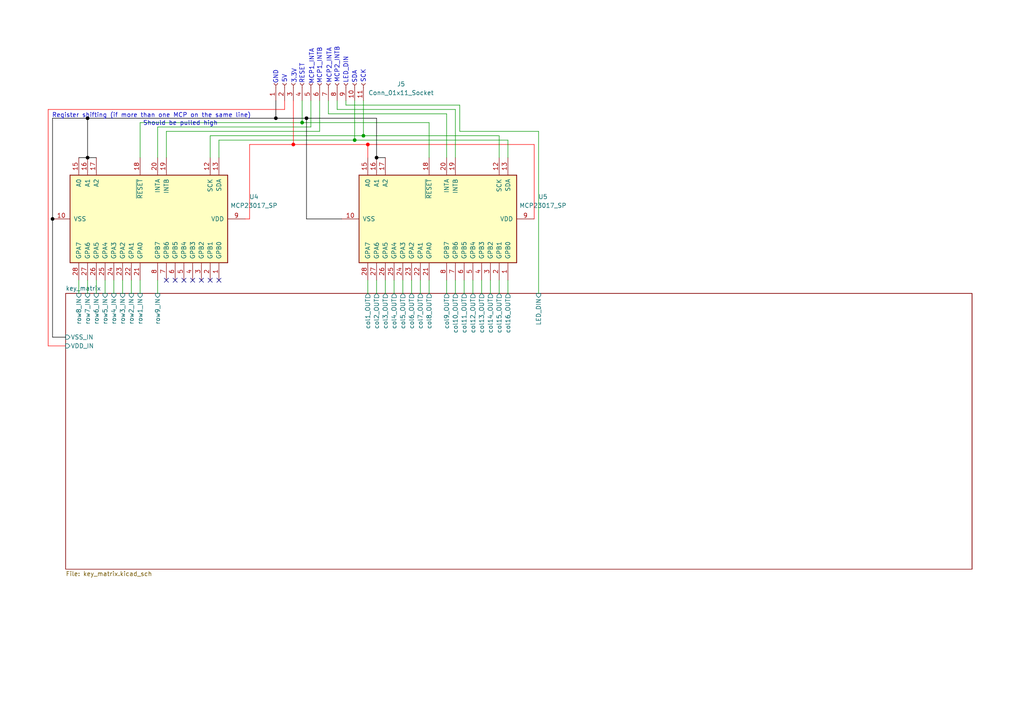
<source format=kicad_sch>
(kicad_sch (version 20250114) (generator "eeschema") (generator_version "9.0")
  (paper "A4")
  (title_block (title "Keyboard Matrix") (date "2026-02-10") (rev "1 - do not edit connector pin layout.") (company "Henry's Software House") (comment 1 "This is the matrix for the keys on the keyboard and their layout."))
  (lib_symbols
    (symbol "Connector:Conn_01x11_Socket" (pin_names (offset 1.016) (hide yes))
      (property "Reference" "J" (at 0 15.24 0))
      (property "Value" "Conn_01x11_Socket" (at 0 -15.24 0))
      (symbol "Conn_01x11_Socket_1_1"
        (polyline (pts (xy -1.27 12.7) (xy -0.508 12.7)) (stroke (width 0.1524)))
        (polyline (pts (xy -1.27 10.16) (xy -0.508 10.16)) (stroke (width 0.1524)))
        (polyline (pts (xy -1.27 7.62) (xy -0.508 7.62)) (stroke (width 0.1524)))
        (polyline (pts (xy -1.27 5.08) (xy -0.508 5.08)) (stroke (width 0.1524)))
        (polyline (pts (xy -1.27 2.54) (xy -0.508 2.54)) (stroke (width 0.1524)))
        (polyline (pts (xy -1.27 0) (xy -0.508 0)) (stroke (width 0.1524)))
        (polyline (pts (xy -1.27 -2.54) (xy -0.508 -2.54)) (stroke (width 0.1524)))
        (polyline (pts (xy -1.27 -5.08) (xy -0.508 -5.08)) (stroke (width 0.1524)))
        (polyline (pts (xy -1.27 -7.62) (xy -0.508 -7.62)) (stroke (width 0.1524)))
        (polyline (pts (xy -1.27 -10.16) (xy -0.508 -10.16)) (stroke (width 0.1524)))
        (polyline (pts (xy -1.27 -12.7) (xy -0.508 -12.7)) (stroke (width 0.1524)))
        (arc (start 0 12.192) (mid -0.5058 12.7) (end 0 13.208) (stroke (width 0.1524)))
        (arc (start 0 9.652) (mid -0.5058 10.16) (end 0 10.668) (stroke (width 0.1524)))
        (arc (start 0 7.112) (mid -0.5058 7.62) (end 0 8.128) (stroke (width 0.1524)))
        (arc (start 0 4.572) (mid -0.5058 5.08) (end 0 5.588) (stroke (width 0.1524)))
        (arc (start 0 2.032) (mid -0.5058 2.54) (end 0 3.048) (stroke (width 0.1524)))
        (arc (start 0 -0.508) (mid -0.5058 0) (end 0 0.508) (stroke (width 0.1524)))
        (arc (start 0 -3.048) (mid -0.5058 -2.54) (end 0 -2.032) (stroke (width 0.1524)))
        (arc (start 0 -5.588) (mid -0.5058 -5.08) (end 0 -4.572) (stroke (width 0.1524)))
        (arc (start 0 -8.128) (mid -0.5058 -7.62) (end 0 -7.112) (stroke (width 0.1524)))
        (arc (start 0 -10.668) (mid -0.5058 -10.16) (end 0 -9.652) (stroke (width 0.1524)))
        (arc (start 0 -13.208) (mid -0.5058 -12.7) (end 0 -12.192) (stroke (width 0.1524)))
        (pin passive line (at -5.08 12.7 0) (length 3.81) (name "Pin_1") (number "1"))
        (pin passive line (at -5.08 10.16 0) (length 3.81) (name "Pin_2") (number "2"))
        (pin passive line (at -5.08 7.62 0) (length 3.81) (name "Pin_3") (number "3"))
        (pin passive line (at -5.08 5.08 0) (length 3.81) (name "Pin_4") (number "4"))
        (pin passive line (at -5.08 2.54 0) (length 3.81) (name "Pin_5") (number "5"))
        (pin passive line (at -5.08 0 0) (length 3.81) (name "Pin_6") (number "6"))
        (pin passive line (at -5.08 -2.54 0) (length 3.81) (name "Pin_7") (number "7"))
        (pin passive line (at -5.08 -5.08 0) (length 3.81) (name "Pin_8") (number "8"))
        (pin passive line (at -5.08 -7.62 0) (length 3.81) (name "Pin_9") (number "9"))
        (pin passive line (at -5.08 -10.16 0) (length 3.81) (name "Pin_10") (number "10"))
        (pin passive line (at -5.08 -12.7 0) (length 3.81) (name "Pin_11") (number "11"))
      )
    )
    (symbol "Interface_Expansion:MCP23017_SP" (pin_names (offset 1.016))
      (property "Reference" "U" (at -11.43 24.13 0))
      (property "Value" "MCP23017_SP" (at 0 0 0))
      (symbol "MCP23017_SP_0_1"
        (rectangle (start -12.7 22.86) (end 12.7 -22.86) (stroke (width 0.254)) (fill (type background)))
      )
      (symbol "MCP23017_SP_1_1"
        (pin bidirectional line (at -17.78 20.32 0) (length 5.08) (name "SDA") (number "13"))
        (pin input line (at -17.78 17.78 0) (length 5.08) (name "SCK") (number "12"))
        (pin tri_state line (at -17.78 5.08 0) (length 5.08) (name "INTB") (number "19"))
        (pin tri_state line (at -17.78 2.54 0) (length 5.08) (name "INTA") (number "20"))
        (pin input line (at -17.78 -2.54 0) (length 5.08) (name "~{RESET}") (number "18"))
        (pin input line (at -17.78 -15.24 0) (length 5.08) (name "A2") (number "17"))
        (pin input line (at -17.78 -17.78 0) (length 5.08) (name "A1") (number "16"))
        (pin input line (at -17.78 -20.32 0) (length 5.08) (name "A0") (number "15"))
        (pin no_connect line (at -12.7 15.24 0) (length 5.08) (hide yes) (name "NC") (number "11"))
        (pin no_connect line (at -12.7 12.7 0) (length 5.08) (hide yes) (name "NC") (number "14"))
        (pin power_in line (at 0 27.94 270) (length 5.08) (name "VDD") (number "9"))
        (pin power_in line (at 0 -27.94 90) (length 5.08) (name "VSS") (number "10"))
        (pin bidirectional line (at 17.78 20.32 180) (length 5.08) (name "GPB0") (number "1"))
        (pin bidirectional line (at 17.78 17.78 180) (length 5.08) (name "GPB1") (number "2"))
        (pin bidirectional line (at 17.78 15.24 180) (length 5.08) (name "GPB2") (number "3"))
        (pin bidirectional line (at 17.78 12.7 180) (length 5.08) (name "GPB3") (number "4"))
        (pin bidirectional line (at 17.78 10.16 180) (length 5.08) (name "GPB4") (number "5"))
        (pin bidirectional line (at 17.78 7.62 180) (length 5.08) (name "GPB5") (number "6"))
        (pin bidirectional line (at 17.78 5.08 180) (length 5.08) (name "GPB6") (number "7"))
        (pin output line (at 17.78 2.54 180) (length 5.08) (name "GPB7") (number "8"))
        (pin bidirectional line (at 17.78 -2.54 180) (length 5.08) (name "GPA0") (number "21"))
        (pin bidirectional line (at 17.78 -5.08 180) (length 5.08) (name "GPA1") (number "22"))
        (pin bidirectional line (at 17.78 -7.62 180) (length 5.08) (name "GPA2") (number "23"))
        (pin bidirectional line (at 17.78 -10.16 180) (length 5.08) (name "GPA3") (number "24"))
        (pin bidirectional line (at 17.78 -12.7 180) (length 5.08) (name "GPA4") (number "25"))
        (pin bidirectional line (at 17.78 -15.24 180) (length 5.08) (name "GPA5") (number "26"))
        (pin bidirectional line (at 17.78 -17.78 180) (length 5.08) (name "GPA6") (number "27"))
        (pin output line (at 17.78 -20.32 180) (length 5.08) (name "GPA7") (number "28"))
      )
    )
  )
  (text "SCK" (at 105.41 22.098 90) (effects (font (size 1.27 1.27))))
  (text "MCP2_INTA" (at 95.504 19.05 90) (effects (font (size 1.27 1.27))))
  (text "SDA" (at 102.87 22.352 90) (effects (font (size 1.27 1.27))))
  (text "5V" (at 82.55 22.86 90) (effects (font (size 1.27 1.27))))
  (text "MCP2_INTB" (at 97.79 18.796 90) (effects (font (size 1.27 1.27))))
  (text "GND" (at 80.01 22.352 90) (effects (font (size 1.27 1.27))))
  (text "Register shifting (if more than one MCP on the same line)" (at 43.942 33.528 0) (effects (font (size 1.27 1.27))))
  (text "3.3V" (at 85.344 22.098 90) (effects (font (size 1.27 1.27))))
  (text "RESET" (at 87.63 21.336 90) (effects (font (size 1.27 1.27))))
  (text "MCP1_INTB" (at 92.71 19.05 90) (effects (font (size 1.27 1.27))))
  (text "LED_DIN" (at 100.33 20.32 90) (effects (font (size 1.27 1.27))))
  (text "MCP1_INTA" (at 90.424 19.304 90) (effects (font (size 1.27 1.27))))
  (text "Should be pulled high" (at 52.324 35.814 0) (effects (font (size 1.27 1.27))))
  (junction (at 106.68 41.91) (color 255 0 0 1))
  (junction (at 102.87 40.64))
  (junction (at 25.4 34.29) (color 0 0 0 1))
  (junction (at 105.41 39.37))
  (junction (at 109.22 45.72) (color 0 0 0 1))
  (junction (at 88.9 34.29) (color 0 0 0 1))
  (junction (at 87.63 35.56))
  (junction (at 15.24 63.5) (color 0 0 0 1))
  (junction (at 85.09 41.91) (color 255 0 0 1))
  (junction (at 25.4 45.72) (color 0 0 0 1))
  (junction (at 80.01 34.29) (color 0 0 0 1))
  (no_connect (at 60.96 81.28))
  (no_connect (at 63.5 81.28))
  (no_connect (at 58.42 81.28))
  (no_connect (at 55.88 81.28))
  (no_connect (at 48.26 81.28))
  (no_connect (at 53.34 81.28))
  (no_connect (at 50.8 81.28))
  (wire (pts (xy 100.33 30.48) (xy 133.35 30.48)))
  (wire (pts (xy 13.97 31.75) (xy 13.97 100.33)) (stroke (width 0) (color 255 0 0 1)))
  (wire (pts (xy 40.64 35.56) (xy 87.63 35.56)))
  (wire (pts (xy 133.35 38.1) (xy 133.35 30.48)))
  (wire (pts (xy 144.78 81.28) (xy 144.78 85.09)))
  (wire (pts (xy 97.79 31.75) (xy 97.79 29.21)))
  (wire (pts (xy 85.09 29.21) (xy 85.09 41.91)) (stroke (width 0) (color 255 0 0 1)))
  (wire (pts (xy 105.41 39.37) (xy 144.78 39.37)))
  (wire (pts (xy 134.62 81.28) (xy 134.62 85.09)))
  (wire (pts (xy 48.26 38.1) (xy 92.71 38.1)))
  (wire (pts (xy 109.22 34.29) (xy 109.22 45.72)) (stroke (width 0) (color 0 0 0 1)))
  (wire (pts (xy 15.24 63.5) (xy 15.24 97.79)) (stroke (width 0) (color 0 0 0 1)))
  (wire (pts (xy 154.94 63.5) (xy 154.94 41.91)) (stroke (width 0) (color 255 0 0 1)))
  (wire (pts (xy 88.9 34.29) (xy 88.9 63.5)) (stroke (width 0) (color 0 0 0 1)))
  (wire (pts (xy 106.68 81.28) (xy 106.68 85.09)))
  (wire (pts (xy 116.84 81.28) (xy 116.84 85.09)))
  (wire (pts (xy 156.21 38.1) (xy 156.21 85.09)))
  (wire (pts (xy 109.22 45.72) (xy 111.76 45.72)) (stroke (width 0) (color 0 0 0 1)))
  (wire (pts (xy 30.48 81.28) (xy 30.48 85.09)))
  (wire (pts (xy 144.78 39.37) (xy 144.78 45.72)))
  (wire (pts (xy 111.76 81.28) (xy 111.76 85.09)))
  (wire (pts (xy 137.16 81.28) (xy 137.16 85.09)))
  (wire (pts (xy 40.64 45.72) (xy 40.64 35.56)))
  (wire (pts (xy 100.33 30.48) (xy 100.33 29.21)))
  (wire (pts (xy 22.86 81.28) (xy 22.86 85.09)))
  (wire (pts (xy 85.09 41.91) (xy 106.68 41.91)) (stroke (width 0) (color 255 0 0 1)))
  (wire (pts (xy 25.4 45.72) (xy 27.94 45.72)) (stroke (width 0) (color 0 0 0 1)))
  (wire (pts (xy 87.63 29.21) (xy 87.63 35.56)))
  (wire (pts (xy 72.39 41.91) (xy 85.09 41.91)) (stroke (width 0) (color 255 0 0 1)))
  (wire (pts (xy 27.94 81.28) (xy 27.94 85.09)))
  (wire (pts (xy 80.01 29.21) (xy 80.01 34.29)) (stroke (width 0) (color 0 0 0 1)))
  (wire (pts (xy 142.24 81.28) (xy 142.24 85.09)))
  (wire (pts (xy 25.4 81.28) (xy 25.4 85.09)))
  (wire (pts (xy 60.96 39.37) (xy 105.41 39.37)))
  (wire (pts (xy 129.54 33.02) (xy 129.54 45.72)))
  (wire (pts (xy 15.24 34.29) (xy 15.24 63.5)) (stroke (width 0) (color 0 0 0 1)))
  (wire (pts (xy 13.97 31.75) (xy 82.55 31.75)) (stroke (width 0) (color 255 0 0 1)))
  (wire (pts (xy 95.25 33.02) (xy 95.25 29.21)))
  (wire (pts (xy 60.96 45.72) (xy 60.96 39.37)))
  (wire (pts (xy 102.87 29.21) (xy 102.87 40.64)))
  (wire (pts (xy 95.25 33.02) (xy 129.54 33.02)))
  (wire (pts (xy 129.54 81.28) (xy 129.54 85.09)))
  (wire (pts (xy 105.41 29.21) (xy 105.41 39.37)))
  (wire (pts (xy 106.68 45.72) (xy 106.68 41.91)) (stroke (width 0) (color 255 0 0 1)))
  (wire (pts (xy 132.08 31.75) (xy 132.08 45.72)))
  (wire (pts (xy 63.5 45.72) (xy 63.5 40.64)))
  (wire (pts (xy 63.5 40.64) (xy 102.87 40.64)))
  (wire (pts (xy 38.1 81.28) (xy 38.1 85.09)))
  (wire (pts (xy 106.68 41.91) (xy 154.94 41.91)) (stroke (width 0) (color 255 0 0 1)))
  (wire (pts (xy 45.72 81.28) (xy 45.72 85.09)))
  (wire (pts (xy 132.08 81.28) (xy 132.08 85.09)))
  (wire (pts (xy 15.24 34.29) (xy 25.4 34.29)) (stroke (width 0) (color 0 0 0 1)))
  (wire (pts (xy 25.4 34.29) (xy 25.4 45.72)) (stroke (width 0) (color 0 0 0 1)))
  (wire (pts (xy 45.72 36.83) (xy 90.17 36.83)))
  (wire (pts (xy 40.64 81.28) (xy 40.64 85.09)))
  (wire (pts (xy 124.46 45.72) (xy 124.46 35.56)))
  (wire (pts (xy 121.92 81.28) (xy 121.92 85.09)))
  (wire (pts (xy 71.12 63.5) (xy 72.39 63.5)) (stroke (width 0) (color 255 0 0 1)))
  (wire (pts (xy 82.55 29.21) (xy 82.55 31.75)) (stroke (width 0) (color 255 0 0 1)))
  (wire (pts (xy 139.7 81.28) (xy 139.7 85.09)))
  (wire (pts (xy 124.46 81.28) (xy 124.46 85.09)))
  (wire (pts (xy 80.01 34.29) (xy 88.9 34.29)) (stroke (width 0) (color 0 0 0 1)))
  (wire (pts (xy 114.3 81.28) (xy 114.3 85.09)))
  (wire (pts (xy 45.72 36.83) (xy 45.72 45.72)))
  (wire (pts (xy 72.39 63.5) (xy 72.39 41.91)) (stroke (width 0) (color 255 0 0 1)))
  (wire (pts (xy 92.71 29.21) (xy 92.71 38.1)))
  (wire (pts (xy 147.32 45.72) (xy 147.32 40.64)))
  (wire (pts (xy 88.9 34.29) (xy 109.22 34.29)) (stroke (width 0) (color 0 0 0 1)))
  (wire (pts (xy 102.87 40.64) (xy 147.32 40.64)))
  (wire (pts (xy 25.4 34.29) (xy 80.01 34.29)) (stroke (width 0) (color 0 0 0 1)))
  (wire (pts (xy 99.06 63.5) (xy 88.9 63.5)) (stroke (width 0) (color 0 0 0 1)))
  (wire (pts (xy 87.63 35.56) (xy 124.46 35.56)))
  (wire (pts (xy 119.38 81.28) (xy 119.38 85.09)))
  (wire (pts (xy 156.21 38.1) (xy 133.35 38.1)))
  (wire (pts (xy 97.79 31.75) (xy 132.08 31.75)))
  (wire (pts (xy 147.32 81.28) (xy 147.32 85.09)))
  (wire (pts (xy 15.24 97.79) (xy 19.05 97.79)) (stroke (width 0) (color 0 0 0 1)))
  (wire (pts (xy 35.56 81.28) (xy 35.56 85.09)))
  (wire (pts (xy 33.02 81.28) (xy 33.02 85.09)))
  (wire (pts (xy 22.86 45.72) (xy 25.4 45.72)) (stroke (width 0) (color 0 0 0 1)))
  (wire (pts (xy 48.26 45.72) (xy 48.26 38.1)))
  (wire (pts (xy 13.97 100.33) (xy 19.05 100.33)) (stroke (width 0) (color 255 0 0 1)))
  (wire (pts (xy 90.17 29.21) (xy 90.17 36.83)))
  (wire (pts (xy 109.22 81.28) (xy 109.22 85.09)))
  (symbol (lib_id "Interface_Expansion:MCP23017_SP") (at 127 63.5 270) (unit 1)
    (property "Reference" "U5" (at 157.48 57.0798 90))
    (property "Value" "MCP23017_SP" (at 157.48 59.6198 90))
    (property "Footprint" "Package_DIP:DIP-28_W7.62mm" (effects (hide yes)))
    (property "Datasheet" "https://ww1.microchip.com/downloads/aemDocuments/documents/APID/ProductDocuments/DataSheets/MCP23017-Data-Sheet-DS20001952.pdf" (effects (hide yes)))
    (property "Description" "16-bit I/O expander, I2C, interrupts, w pull-ups, SPDIP-28" (effects (hide yes)))
  )
  (symbol (lib_id "Interface_Expansion:MCP23017_SP") (at 43.18 63.5 270) (unit 1)
    (property "Reference" "U4" (at 73.66 57.0798 90))
    (property "Value" "MCP23017_SP" (at 73.66 59.6198 90))
    (property "Footprint" "Package_DIP:DIP-28_W7.62mm" (effects (hide yes)))
    (property "Datasheet" "https://ww1.microchip.com/downloads/aemDocuments/documents/APID/ProductDocuments/DataSheets/MCP23017-Data-Sheet-DS20001952.pdf" (effects (hide yes)))
    (property "Description" "16-bit I/O expander, I2C, interrupts, w pull-ups, SPDIP-28" (effects (hide yes)))
  )
  (symbol (lib_id "Connector:Conn_01x11_Socket") (at 92.71 24.13 90) (unit 1)
    (property "Reference" "J5" (at 116.332 24.384 90))
    (property "Value" "Conn_01x11_Socket" (at 116.332 26.924 90))
    (property "Footprint" "Connector_PinSocket_2.00mm:PinSocket_1x11_P2.00mm_Horizontal" (effects (hide yes)))
    (property "Description" "Generic connector, single row, 01x11, script generated" (effects (hide yes)))
  )
  (sheet (at 19.05 85.09) (size 262.89 80.01) (stroke (width 0.1524))
    (property "Sheetname" "key_matrix" (at 19.05 84.3784 0) (effects (justify left bottom)))
    (property "Sheetfile" "key_matrix.kicad_sch" (at 19.05 165.6846 0) (effects (justify left top)))
    (pin "col1_OUT" output (at 106.68 85.09 90))
    (pin "col2_OUT" output (at 109.22 85.09 90))
    (pin "col3_OUT" output (at 111.76 85.09 90))
    (pin "col4_OUT" output (at 114.3 85.09 90))
    (pin "col5_OUT" output (at 116.84 85.09 90))
    (pin "col6_OUT" output (at 119.38 85.09 90))
    (pin "col7_OUT" output (at 121.92 85.09 90))
    (pin "col8_OUT" output (at 124.46 85.09 90))
    (pin "col9_OUT" output (at 129.54 85.09 90))
    (pin "col10_OUT" output (at 132.08 85.09 90))
    (pin "col11_OUT" output (at 134.62 85.09 90))
    (pin "col12_OUT" output (at 137.16 85.09 90))
    (pin "col13_OUT" output (at 139.7 85.09 90))
    (pin "col14_OUT" output (at 142.24 85.09 90))
    (pin "col15_OUT" output (at 144.78 85.09 90))
    (pin "col16_OUT" output (at 147.32 85.09 90))
    (pin "LED_DIN" input (at 156.21 85.09 90))
    (pin "row1_IN" input (at 40.64 85.09 90))
    (pin "row2_IN" input (at 38.1 85.09 90))
    (pin "row3_IN" input (at 35.56 85.09 90))
    (pin "row4_IN" input (at 33.02 85.09 90))
    (pin "row5_IN" input (at 30.48 85.09 90))
    (pin "row6_IN" input (at 27.94 85.09 90))
    (pin "row7_IN" input (at 25.4 85.09 90))
    (pin "row8_IN" input (at 22.86 85.09 90))
    (pin "row9_IN" input (at 45.72 85.09 90))
    (pin "VSS_IN" input (at 19.05 97.79 180))
    (pin "VDD_IN" input (at 19.05 100.33 180))
  )
)
</source>
